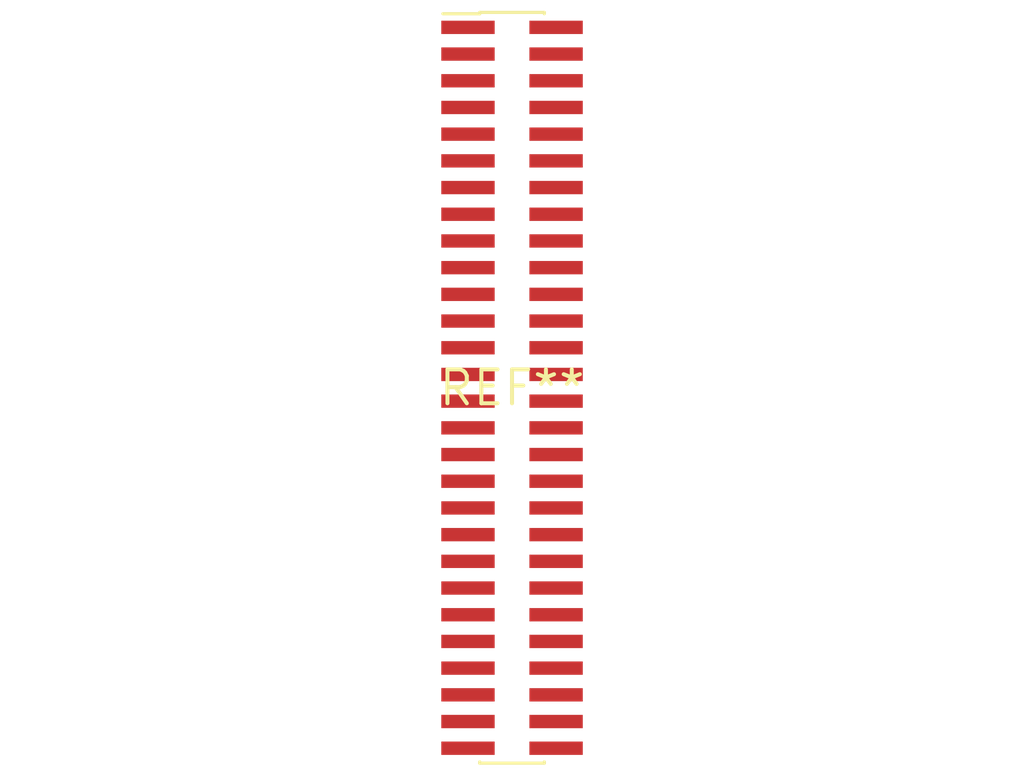
<source format=kicad_pcb>
(kicad_pcb (version 20240108) (generator pcbnew)
  (layers (0 "F.Cu" signal) (31 "B.Cu" signal) (34 "B.Paste" user) (35 "F.Paste" user) (36 "B.SilkS" user "B.Silkscreen") (37 "F.SilkS" user "F.Silkscreen") (38 "B.Mask" user) (39 "F.Mask" user) (44 "Edge.Cuts" user))
  (net 0 "")
  (footprint "PinHeader_2x28_P1.00mm_Vertical_SMD" (layer "F.Cu") (at 0 0)
    (property "Reference" "REF**")
    (property "Value" "PinHeader_2x28_P1.00mm_Vertical_SMD")
    (fp_line (start -2.59 -14.01) (end -1.21 -14.01) (layer "F.SilkS") (stroke (width 0.12)))
    (fp_line (start -1.21 -14.06) (end -1.21 -14.01) (layer "F.SilkS") (stroke (width 0.12)))
    (fp_line (start -1.21 -14.06) (end 1.21 -14.06) (layer "F.SilkS") (stroke (width 0.12)))
    (fp_line (start -1.21 14.01) (end -1.21 14.06) (layer "F.SilkS") (stroke (width 0.12)))
    (fp_line (start -1.21 14.06) (end 1.21 14.06) (layer "F.SilkS") (stroke (width 0.12)))
    (fp_line (start 1.21 -14.06) (end 1.21 -14.01) (layer "F.SilkS") (stroke (width 0.12)))
    (fp_line (start 1.21 14.01) (end 1.21 14.06) (layer "F.SilkS") (stroke (width 0.12)))
    (pad "1" smd rect (at -1.65 -13.5) (size 2 0.5) (layers "F.Cu" "F.Paste" "F.Mask"))
    (pad "2" smd rect (at 1.65 -13.5) (size 2 0.5) (layers "F.Cu" "F.Paste" "F.Mask"))
    (pad "3" smd rect (at -1.65 -12.5) (size 2 0.5) (layers "F.Cu" "F.Paste" "F.Mask"))
    (pad "4" smd rect (at 1.65 -12.5) (size 2 0.5) (layers "F.Cu" "F.Paste" "F.Mask"))
    (pad "5" smd rect (at -1.65 -11.5) (size 2 0.5) (layers "F.Cu" "F.Paste" "F.Mask"))
    (pad "6" smd rect (at 1.65 -11.5) (size 2 0.5) (layers "F.Cu" "F.Paste" "F.Mask"))
    (pad "7" smd rect (at -1.65 -10.5) (size 2 0.5) (layers "F.Cu" "F.Paste" "F.Mask"))
    (pad "8" smd rect (at 1.65 -10.5) (size 2 0.5) (layers "F.Cu" "F.Paste" "F.Mask"))
    (pad "9" smd rect (at -1.65 -9.5) (size 2 0.5) (layers "F.Cu" "F.Paste" "F.Mask"))
    (pad "10" smd rect (at 1.65 -9.5) (size 2 0.5) (layers "F.Cu" "F.Paste" "F.Mask"))
    (pad "11" smd rect (at -1.65 -8.5) (size 2 0.5) (layers "F.Cu" "F.Paste" "F.Mask"))
    (pad "12" smd rect (at 1.65 -8.5) (size 2 0.5) (layers "F.Cu" "F.Paste" "F.Mask"))
    (pad "13" smd rect (at -1.65 -7.5) (size 2 0.5) (layers "F.Cu" "F.Paste" "F.Mask"))
    (pad "14" smd rect (at 1.65 -7.5) (size 2 0.5) (layers "F.Cu" "F.Paste" "F.Mask"))
    (pad "15" smd rect (at -1.65 -6.5) (size 2 0.5) (layers "F.Cu" "F.Paste" "F.Mask"))
    (pad "16" smd rect (at 1.65 -6.5) (size 2 0.5) (layers "F.Cu" "F.Paste" "F.Mask"))
    (pad "17" smd rect (at -1.65 -5.5) (size 2 0.5) (layers "F.Cu" "F.Paste" "F.Mask"))
    (pad "18" smd rect (at 1.65 -5.5) (size 2 0.5) (layers "F.Cu" "F.Paste" "F.Mask"))
    (pad "19" smd rect (at -1.65 -4.5) (size 2 0.5) (layers "F.Cu" "F.Paste" "F.Mask"))
    (pad "20" smd rect (at 1.65 -4.5) (size 2 0.5) (layers "F.Cu" "F.Paste" "F.Mask"))
    (pad "21" smd rect (at -1.65 -3.5) (size 2 0.5) (layers "F.Cu" "F.Paste" "F.Mask"))
    (pad "22" smd rect (at 1.65 -3.5) (size 2 0.5) (layers "F.Cu" "F.Paste" "F.Mask"))
    (pad "23" smd rect (at -1.65 -2.5) (size 2 0.5) (layers "F.Cu" "F.Paste" "F.Mask"))
    (pad "24" smd rect (at 1.65 -2.5) (size 2 0.5) (layers "F.Cu" "F.Paste" "F.Mask"))
    (pad "25" smd rect (at -1.65 -1.5) (size 2 0.5) (layers "F.Cu" "F.Paste" "F.Mask"))
    (pad "26" smd rect (at 1.65 -1.5) (size 2 0.5) (layers "F.Cu" "F.Paste" "F.Mask"))
    (pad "27" smd rect (at -1.65 -0.5) (size 2 0.5) (layers "F.Cu" "F.Paste" "F.Mask"))
    (pad "28" smd rect (at 1.65 -0.5) (size 2 0.5) (layers "F.Cu" "F.Paste" "F.Mask"))
    (pad "29" smd rect (at -1.65 0.5) (size 2 0.5) (layers "F.Cu" "F.Paste" "F.Mask"))
    (pad "30" smd rect (at 1.65 0.5) (size 2 0.5) (layers "F.Cu" "F.Paste" "F.Mask"))
    (pad "31" smd rect (at -1.65 1.5) (size 2 0.5) (layers "F.Cu" "F.Paste" "F.Mask"))
    (pad "32" smd rect (at 1.65 1.5) (size 2 0.5) (layers "F.Cu" "F.Paste" "F.Mask"))
    (pad "33" smd rect (at -1.65 2.5) (size 2 0.5) (layers "F.Cu" "F.Paste" "F.Mask"))
    (pad "34" smd rect (at 1.65 2.5) (size 2 0.5) (layers "F.Cu" "F.Paste" "F.Mask"))
    (pad "35" smd rect (at -1.65 3.5) (size 2 0.5) (layers "F.Cu" "F.Paste" "F.Mask"))
    (pad "36" smd rect (at 1.65 3.5) (size 2 0.5) (layers "F.Cu" "F.Paste" "F.Mask"))
    (pad "37" smd rect (at -1.65 4.5) (size 2 0.5) (layers "F.Cu" "F.Paste" "F.Mask"))
    (pad "38" smd rect (at 1.65 4.5) (size 2 0.5) (layers "F.Cu" "F.Paste" "F.Mask"))
    (pad "39" smd rect (at -1.65 5.5) (size 2 0.5) (layers "F.Cu" "F.Paste" "F.Mask"))
    (pad "40" smd rect (at 1.65 5.5) (size 2 0.5) (layers "F.Cu" "F.Paste" "F.Mask"))
    (pad "41" smd rect (at -1.65 6.5) (size 2 0.5) (layers "F.Cu" "F.Paste" "F.Mask"))
    (pad "42" smd rect (at 1.65 6.5) (size 2 0.5) (layers "F.Cu" "F.Paste" "F.Mask"))
    (pad "43" smd rect (at -1.65 7.5) (size 2 0.5) (layers "F.Cu" "F.Paste" "F.Mask"))
    (pad "44" smd rect (at 1.65 7.5) (size 2 0.5) (layers "F.Cu" "F.Paste" "F.Mask"))
    (pad "45" smd rect (at -1.65 8.5) (size 2 0.5) (layers "F.Cu" "F.Paste" "F.Mask"))
    (pad "46" smd rect (at 1.65 8.5) (size 2 0.5) (layers "F.Cu" "F.Paste" "F.Mask"))
    (pad "47" smd rect (at -1.65 9.5) (size 2 0.5) (layers "F.Cu" "F.Paste" "F.Mask"))
    (pad "48" smd rect (at 1.65 9.5) (size 2 0.5) (layers "F.Cu" "F.Paste" "F.Mask"))
    (pad "49" smd rect (at -1.65 10.5) (size 2 0.5) (layers "F.Cu" "F.Paste" "F.Mask"))
    (pad "50" smd rect (at 1.65 10.5) (size 2 0.5) (layers "F.Cu" "F.Paste" "F.Mask"))
    (pad "51" smd rect (at -1.65 11.5) (size 2 0.5) (layers "F.Cu" "F.Paste" "F.Mask"))
    (pad "52" smd rect (at 1.65 11.5) (size 2 0.5) (layers "F.Cu" "F.Paste" "F.Mask"))
    (pad "53" smd rect (at -1.65 12.5) (size 2 0.5) (layers "F.Cu" "F.Paste" "F.Mask"))
    (pad "54" smd rect (at 1.65 12.5) (size 2 0.5) (layers "F.Cu" "F.Paste" "F.Mask"))
    (pad "55" smd rect (at -1.65 13.5) (size 2 0.5) (layers "F.Cu" "F.Paste" "F.Mask"))
    (pad "56" smd rect (at 1.65 13.5) (size 2 0.5) (layers "F.Cu" "F.Paste" "F.Mask"))
  )
)
</source>
